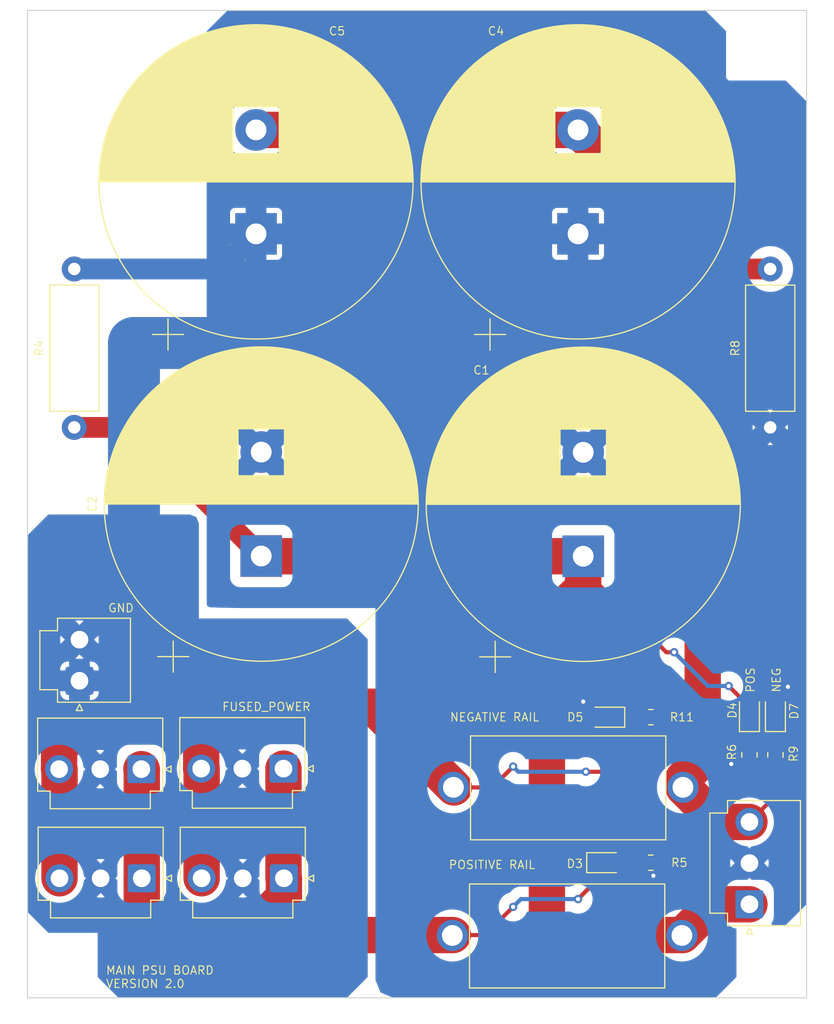
<source format=kicad_pcb>
(kicad_pcb (version 20221018) (generator pcbnew)
  (layers (0 "F.Cu" signal) (31 "B.Cu" signal) (34 "B.Paste" user) (35 "F.Paste" user) (36 "B.SilkS" user "B.Silkscreen") (37 "F.SilkS" user "F.Silkscreen") (38 "B.Mask" user) (39 "F.Mask" user) (44 "Edge.Cuts" user))
  (net 0 "")
  (net 1 "PGND")
  (net 2 "Net-(D3-K)")
  (net 3 "Net-(D4-K)")
  (net 4 "Net-(D5-K)")
  (net 5 "VP1")
  (net 6 "VM1")
  (net 7 "VPOUT")
  (net 8 "VMOUT")
  (net 9 "Net-(D7-K)")
  (footprint "MountingHole:MountingHole_3.2mm_M3" (layer "F.Cu") (at 226 46.5)
    (fp_text reference "H4" hide)
    (fp_text value "MountingHole")
    (pad "" np_thru_hole circle (at 0 0) (size 3.2 3.2) (drill 3.2) (layers "*.Cu" "*.Mask"))
  )
  (footprint "LED_SMD:LED_0805_2012Metric_Pad1.15x1.40mm_HandSolder" (layer "F.Cu") (at 223 111.525 90)
    (fp_text reference "D4" (at 0.175 -1.65 90 unlocked) (layer "F.SilkS") (effects (font (size 0.8 0.8) (thickness 0.1))))
    (fp_text value "YELLOW")
    (pad "1" smd roundrect (at -1.025 0 90) (size 1.15 1.4) (layers "F.Cu" "F.Paste" "F.Mask") (roundrect_rratio 0.2173913043) (net 3 "Net-(D4-K)"))
    (pad "2" smd roundrect (at 1.025 0 90) (size 1.15 1.4) (layers "F.Cu" "F.Paste" "F.Mask") (roundrect_rratio 0.2173913043) (net 5 "VP1"))
  )
  (footprint "Capacitor_THT:CP_Radial_D30.0mm_P10.00mm_SnapIn" (layer "F.Cu") (at 207 96.517934 90)
    (fp_text reference "C1" (at 17.9 -9.8 unlocked) (layer "F.SilkS") (effects (font (size 0.8 0.8) (thickness 0.1))))
    (fp_text value "15000U")
    (pad "1" thru_hole rect (at 0 0 90) (size 4 4) (drill 2) (layers "*.Cu" "*.Mask") (net 5 "VP1"))
    (pad "2" thru_hole circle (at 10 0 90) (size 4 4) (drill 2) (layers "*.Cu" "*.Mask") (net 1 "PGND"))
  )
  (footprint "Connector_JST:JST_VH_B3P-VH_1x03_P3.96mm_Vertical" (layer "F.Cu") (at 164.46 117 180)
    (fp_text reference "J4" hide)
    (fp_text value "Conn_01x03_Male")
    (pad "1" thru_hole roundrect (at 0 0 180) (size 2.7 2.7) (drill 1.7) (layers "*.Cu" "*.Mask") (roundrect_rratio 0.09259296296) (net 7 "VPOUT"))
    (pad "2" thru_hole circle (at 3.96 0 180) (size 2.7 2.7) (drill 1.7) (layers "*.Cu" "*.Mask") (net 1 "PGND"))
    (pad "3" thru_hole circle (at 7.92 0 180) (size 2.7 2.7) (drill 1.7) (layers "*.Cu" "*.Mask") (net 8 "VMOUT"))
  )
  (footprint "Resistor_SMD:R_0805_2012Metric_Pad1.20x1.40mm_HandSolder" (layer "F.Cu") (at 213.5 112)
    (fp_text reference "R11" (at 3 0 unlocked) (layer "F.SilkS") (effects (font (size 0.8 0.8) (thickness 0.1))))
    (fp_text value "9.1K")
    (pad "1" smd roundrect (at -1 0) (size 1.2 1.4) (layers "F.Cu" "F.Paste" "F.Mask") (roundrect_rratio 0.2083333333) (net 4 "Net-(D5-K)"))
    (pad "2" smd roundrect (at 1 0) (size 1.2 1.4) (layers "F.Cu" "F.Paste" "F.Mask") (roundrect_rratio 0.2083333333) (net 8 "VMOUT"))
  )
  (footprint "MountingHole:MountingHole_3.2mm_M3" (layer "F.Cu") (at 156 136.5)
    (fp_text reference "H2" hide)
    (fp_text value "MountingHole")
    (pad "" np_thru_hole circle (at 0 0) (size 3.2 3.2) (drill 3.2) (layers "*.Cu" "*.Mask"))
  )
  (footprint "Connector_JST:JST_VH_B2P-VH-B_1x02_P3.96mm_Vertical" (layer "F.Cu") (at 158.5 108.5 90)
    (fp_text reference "J7" hide)
    (fp_text value "Conn_01x02_Male")
    (pad "1" thru_hole roundrect (at 0 0 90) (size 2.7 2.7) (drill 1.7) (layers "*.Cu" "*.Mask") (roundrect_rratio 0.09259296296) (net 1 "PGND"))
    (pad "2" thru_hole circle (at 3.96 0 90) (size 2.7 2.7) (drill 1.7) (layers "*.Cu" "*.Mask") (net 1 "PGND"))
  )
  (footprint "Resistor_THT:R_Axial_DIN0414_L11.9mm_D4.5mm_P15.24mm_Horizontal" (layer "F.Cu") (at 158 84.12 90)
    (fp_text reference "R4" (at 7.62 -3.37 90 unlocked) (layer "F.SilkS") (effects (font (size 0.8 0.8) (thickness 0.1))))
    (fp_text value "1.2K")
    (pad "1" thru_hole circle (at 0 0 90) (size 2.4 2.4) (drill 1.2) (layers "*.Cu" "*.Mask") (net 5 "VP1"))
    (pad "2" thru_hole oval (at 15.24 0 90) (size 2.4 2.4) (drill 1.2) (layers "*.Cu" "*.Mask") (net 1 "PGND"))
  )
  (footprint "Capacitor_THT:CP_Radial_D30.0mm_P10.00mm_SnapIn" (layer "F.Cu") (at 206.5 65.5 90)
    (fp_text reference "C4" (at 19.505 -7.9 unlocked) (layer "F.SilkS") (effects (font (size 0.8 0.8) (thickness 0.1))))
    (fp_text value "15000U")
    (pad "1" thru_hole rect (at 0 0 90) (size 4 4) (drill 2) (layers "*.Cu" "*.Mask") (net 1 "PGND"))
    (pad "2" thru_hole circle (at 10 0 90) (size 4 4) (drill 2) (layers "*.Cu" "*.Mask") (net 6 "VM1"))
  )
  (footprint "LED_SMD:LED_0805_2012Metric_Pad1.15x1.40mm_HandSolder" (layer "F.Cu") (at 209.195833 126)
    (fp_text reference "D3" (at -3 0.1 unlocked) (layer "F.SilkS") (effects (font (size 0.8 0.8) (thickness 0.1))))
    (fp_text value "YELLOW")
    (pad "1" smd roundrect (at -1.025 0) (size 1.15 1.4) (layers "F.Cu" "F.Paste" "F.Mask") (roundrect_rratio 0.2173913043) (net 2 "Net-(D3-K)"))
    (pad "2" smd roundrect (at 1.025 0) (size 1.15 1.4) (layers "F.Cu" "F.Paste" "F.Mask") (roundrect_rratio 0.2173913043) (net 7 "VPOUT"))
  )
  (footprint "Resistor_SMD:R_0805_2012Metric_Pad1.20x1.40mm_HandSolder" (layer "F.Cu") (at 225.5 115.625 -90)
    (fp_text reference "R9" (at -0.1 -1.75 90 unlocked) (layer "F.SilkS") (effects (font (size 0.8 0.8) (thickness 0.1))))
    (fp_text value "9.1K")
    (pad "1" smd roundrect (at -1 0 270) (size 1.2 1.4) (layers "F.Cu" "F.Paste" "F.Mask") (roundrect_rratio 0.2083333333) (net 9 "Net-(D7-K)"))
    (pad "2" smd roundrect (at 1 0 270) (size 1.2 1.4) (layers "F.Cu" "F.Paste" "F.Mask") (roundrect_rratio 0.2083333333) (net 6 "VM1"))
  )
  (footprint "LED_SMD:LED_0805_2012Metric_Pad1.15x1.40mm_HandSolder" (layer "F.Cu") (at 225.5 111.525 90)
    (fp_text reference "D7" (at 0.1 1.8 90 unlocked) (layer "F.SilkS") (effects (font (size 0.8 0.8) (thickness 0.1))))
    (fp_text value "BLUE")
    (pad "1" smd roundrect (at -1.025 0 90) (size 1.15 1.4) (layers "F.Cu" "F.Paste" "F.Mask") (roundrect_rratio 0.2173913043) (net 9 "Net-(D7-K)"))
    (pad "2" smd roundrect (at 1.025 0 90) (size 1.15 1.4) (layers "F.Cu" "F.Paste" "F.Mask") (roundrect_rratio 0.2173913043) (net 1 "PGND"))
  )
  (footprint "LED_SMD:LED_0805_2012Metric_Pad1.15x1.40mm_HandSolder" (layer "F.Cu") (at 209.133333 112 180)
    (fp_text reference "D5" (at 2.9 0 unlocked) (layer "F.SilkS") (effects (font (size 0.8 0.8) (thickness 0.1))))
    (fp_text value "BLUE")
    (pad "1" smd roundrect (at -1.025 0 180) (size 1.15 1.4) (layers "F.Cu" "F.Paste" "F.Mask") (roundrect_rratio 0.2173913043) (net 4 "Net-(D5-K)"))
    (pad "2" smd roundrect (at 1.025 0 180) (size 1.15 1.4) (layers "F.Cu" "F.Paste" "F.Mask") (roundrect_rratio 0.2173913043) (net 1 "PGND"))
  )
  (footprint "Capacitor_THT:CP_Radial_D30.0mm_P10.00mm_SnapIn" (layer "F.Cu") (at 175.5 65.5 90)
    (fp_text reference "C5" (at 19.505 7.8 unlocked) (layer "F.SilkS") (effects (font (size 0.8 0.8) (thickness 0.1))))
    (fp_text value "15000U")
    (pad "1" thru_hole rect (at 0 0 90) (size 4 4) (drill 2) (layers "*.Cu" "*.Mask") (net 1 "PGND"))
    (pad "2" thru_hole circle (at 10 0 90) (size 4 4) (drill 2) (layers "*.Cu" "*.Mask") (net 6 "VM1"))
  )
  (footprint "Connector_JST:JST_VH_B3P-VH_1x03_P3.96mm_Vertical" (layer "F.Cu") (at 223 130 90)
    (fp_text reference "J9" hide)
    (fp_text value "Conn_01x03_Male")
    (pad "1" thru_hole roundrect (at 0 0 90) (size 2.7 2.7) (drill 1.7) (layers "*.Cu" "*.Mask") (roundrect_rratio 0.09259296296) (net 5 "VP1"))
    (pad "2" thru_hole circle (at 3.96 0 90) (size 2.7 2.7) (drill 1.7) (layers "*.Cu" "*.Mask") (net 1 "PGND"))
    (pad "3" thru_hole circle (at 7.92 0 90) (size 2.7 2.7) (drill 1.7) (layers "*.Cu" "*.Mask") (net 6 "VM1"))
  )
  (footprint "Components:Aliexpress Fuse 5x20" (layer "F.Cu") (at 205.45 135.55 180)
    (fp_text reference "F1" hide)
    (fp_text value "Fuse_Small")
    (pad "1" thru_hole circle (at -11.05 2.55 180) (size 3 3) (drill 2) (layers "*.Cu" "*.Mask") (net 5 "VP1"))
    (pad "2" thru_hole circle (at 11.05 2.55 180) (size 3 3) (drill 2) (layers "*.Cu" "*.Mask") (net 7 "VPOUT"))
  )
  (footprint "Connector_JST:JST_VH_B3P-VH_1x03_P3.96mm_Vertical" (layer "F.Cu") (at 164.5 127.5 180)
    (fp_text reference "J10" hide)
    (fp_text value "Conn_01x03_Male")
    (pad "1" thru_hole roundrect (at 0 0 180) (size 2.7 2.7) (drill 1.7) (layers "*.Cu" "*.Mask") (roundrect_rratio 0.09259296296) (net 7 "VPOUT"))
    (pad "2" thru_hole circle (at 3.96 0 180) (size 2.7 2.7) (drill 1.7) (layers "*.Cu" "*.Mask") (net 1 "PGND"))
    (pad "3" thru_hole circle (at 7.92 0 180) (size 2.7 2.7) (drill 1.7) (layers "*.Cu" "*.Mask") (net 8 "VMOUT"))
  )
  (footprint "Resistor_THT:R_Axial_DIN0414_L11.9mm_D4.5mm_P15.24mm_Horizontal" (layer "F.Cu") (at 225 84.12 90)
    (fp_text reference "R8" (at 7.62 -3.37 90 unlocked) (layer "F.SilkS") (effects (font (size 0.8 0.8) (thickness 0.1))))
    (fp_text value "1.2K")
    (pad "1" thru_hole circle (at 0 0 90) (size 2.4 2.4) (drill 1.2) (layers "*.Cu" "*.Mask") (net 1 "PGND"))
    (pad "2" thru_hole oval (at 15.24 0 90) (size 2.4 2.4) (drill 1.2) (layers "*.Cu" "*.Mask") (net 6 "VM1"))
  )
  (footprint "MountingHole:MountingHole_3mm" (layer "F.Cu") (at 226 136.5)
    (fp_text reference "H1" hide)
    (fp_text value "MountingHole")
    (pad "" np_thru_hole circle (at 0 0) (size 3 3) (drill 3) (layers "*.Cu" "*.Mask"))
  )
  (footprint "Connector_JST:JST_VH_B3P-VH_1x03_P3.96mm_Vertical" (layer "F.Cu") (at 178.1425 116.95 180)
    (fp_text reference "J2" hide)
    (fp_text value "Conn_01x03_Male")
    (pad "1" thru_hole roundrect (at 0 0 180) (size 2.7 2.7) (drill 1.7) (layers "*.Cu" "*.Mask") (roundrect_rratio 0.09259296296) (net 7 "VPOUT"))
    (pad "2" thru_hole circle (at 3.96 0 180) (size 2.7 2.7) (drill 1.7) (layers "*.Cu" "*.Mask") (net 1 "PGND"))
    (pad "3" thru_hole circle (at 7.92 0 180) (size 2.7 2.7) (drill 1.7) (layers "*.Cu" "*.Mask") (net 8 "VMOUT"))
  )
  (footprint "Components:Aliexpress Fuse 5x20" (layer "F.Cu") (at 205.55 121.3 180)
    (fp_text reference "F2" hide)
    (fp_text value "Fuse_Small")
    (pad "1" thru_hole circle (at -11.05 2.55 180) (size 3 3) (drill 2) (layers "*.Cu" "*.Mask") (net 6 "VM1"))
    (pad "2" thru_hole circle (at 11.05 2.55 180) (size 3 3) (drill 2) (layers "*.Cu" "*.Mask") (net 8 "VMOUT"))
  )
  (footprint "Resistor_SMD:R_0805_2012Metric_Pad1.20x1.40mm_HandSolder" (layer "F.Cu") (at 213.5 126 180)
    (fp_text reference "R5" (at -2.75 0 unlocked) (layer "F.SilkS") (effects (font (size 0.8 0.8) (thickness 0.1))))
    (fp_text value "9.1K")
    (pad "1" smd roundrect (at -1 0 180) (size 1.2 1.4) (layers "F.Cu" "F.Paste" "F.Mask") (roundrect_rratio 0.2083333333) (net 2 "Net-(D3-K)"))
    (pad "2" smd roundrect (at 1 0 180) (size 1.2 1.4) (layers "F.Cu" "F.Paste" "F.Mask") (roundrect_rratio 0.2083333333) (net 1 "PGND"))
  )
  (footprint "Capacitor_THT:CP_Radial_D30.0mm_P10.00mm_SnapIn" (layer "F.Cu") (at 176 96.495 90)
    (fp_text reference "C2" (at 5 -16.25 90 unlocked) (layer "F.SilkS") (effects (font (size 0.8 0.8) (thickness 0.1))))
    (fp_text value "15000U")
    (pad "1" thru_hole rect (at 0 0 90) (size 4 4) (drill 2) (layers "*.Cu" "*.Mask") (net 5 "VP1"))
    (pad "2" thru_hole circle (at 10 0 90) (size 4 4) (drill 2) (layers "*.Cu" "*.Mask") (net 1 "PGND"))
  )
  (footprint "Resistor_SMD:R_0805_2012Metric_Pad1.20x1.40mm_HandSolder" (layer "F.Cu") (at 223 115.625 -90)
    (fp_text reference "R6" (at -0.275 1.7 90 unlocked) (layer "F.SilkS") (effects (font (size 0.8 0.8) (thickness 0.1))))
    (fp_text value "9.1K")
    (pad "1" smd roundrect (at -1 0 270) (size 1.2 1.4) (layers "F.Cu" "F.Paste" "F.Mask") (roundrect_rratio 0.2083333333) (net 3 "Net-(D4-K)"))
    (pad "2" smd roundrect (at 1 0 270) (size 1.2 1.4) (layers "F.Cu" "F.Paste" "F.Mask") (roundrect_rratio 0.2083333333) (net 1 "PGND"))
  )
  (footprint "MountingHole:MountingHole_3mm" (layer "F.Cu") (at 156 46.5)
    (fp_text reference "H3" hide)
    (fp_text value "MountingHole")
    (pad "" np_thru_hole circle (at 0 0) (size 3 3) (drill 3) (layers "*.Cu" "*.Mask"))
  )
  (footprint "Connector_JST:JST_VH_B3P-VH_1x03_P3.96mm_Vertical" (layer "F.Cu") (at 178.1825 127.5 180)
    (fp_text reference "J1" hide)
    (fp_text value "Conn_01x03_Male")
    (pad "1" thru_hole roundrect (at 0 0 180) (size 2.7 2.7) (drill 1.7) (layers "*.Cu" "*.Mask") (roundrect_rratio 0.09259296296) (net 7 "VPOUT"))
    (pad "2" thru_hole circle (at 3.96 0 180) (size 2.7 2.7) (drill 1.7) (layers "*.Cu" "*.Mask") (net 1 "PGND"))
    (pad "3" thru_hole circle (at 7.92 0 180) (size 2.7 2.7) (drill 1.7) (layers "*.Cu" "*.Mask") (net 8 "VMOUT"))
  )
  (gr_line (start 228.5 139) (end 153.5 139) (stroke (width 0.1)) (layer "Edge.Cuts"))
  (gr_line (start 228.5 44) (end 153.5 44) (stroke (width 0.1)) (layer "Edge.Cuts"))
  (gr_line (start 228.5 139) (end 228.5 44) (stroke (width 0.1)) (layer "Edge.Cuts"))
  (gr_line (start 153.5 44) (end 153.5 139) (stroke (width 0.1)) (layer "Edge.Cuts"))
  (gr_text "FUSED_POWER" (at 176.5 111) (layer "F.SilkS") (effects (font (size 0.8 0.8) (thickness 0.1))))
  (gr_text "MAIN PSU BOARD\nVERSION 2.0" (at 161 137) (layer "F.SilkS") (effects (font (size 0.8 0.8) (thickness 0.1)) (justify left)))
  (gr_text "GND" (at 162.5 101.5) (layer "F.SilkS") (effects (font (size 0.8 0.8) (thickness 0.1))))
  (gr_text "POSITIVE RAIL" (at 194 126.2) (layer "F.SilkS") (effects (font (size 0.8 0.8) (thickness 0.1)) (justify left)))
  (gr_text "NEGATIVE RAIL" (at 194.116667 112) (layer "F.SilkS") (effects (font (size 0.8 0.8) (thickness 0.1)) (justify left)))
  (gr_text "POS" (at 223.1 108.425 90) (layer "F.SilkS") (effects (font (size 0.8 0.8) (thickness 0.1))))
  (gr_text "NEG\n" (at 225.6 108.425 90) (layer "F.SilkS") (effects (font (size 0.8 0.8) (thickness 0.1))))
  (segment (start 225.5 110.275) (end 226.7 109.075) (width 0.4) (layer "F.Cu") (net 1))
  (segment (start 223 116.625) (end 221.375 116.625) (width 0.4) (layer "F.Cu") (net 1))
  (segment (start 208.108333 111.608333) (end 207 110.5) (width 0.4) (layer "F.Cu") (net 1))
  (segment (start 212.5 126) (end 213.75 127.25) (width 0.4) (layer "F.Cu") (net 1))
  (segment (start 221.375 116.625) (end 221.25 116.5) (width 0.4) (layer "F.Cu") (net 1))
  (via (at 207 110.5) (size 0.8) (drill 0.4) (layers "F.Cu" "B.Cu") (net 1))
  (via (at 221.25 116.5) (size 0.8) (drill 0.4) (layers "F.Cu" "B.Cu") (net 1))
  (via (at 213.75 127.25) (size 0.8) (drill 0.4) (layers "F.Cu" "B.Cu") (net 1))
  (via (at 226.7 109.075) (size 0.8) (drill 0.4) (layers "F.Cu" "B.Cu") (net 1))
  (segment (start 158 68.88) (end 172.12 68.88) (width 2) (layer "B.Cu") (net 1))
  (segment (start 163.75 76) (end 163.75 95.75) (width 5) (layer "B.Cu") (net 1))
  (segment (start 172.12 68.88) (end 175.5 65.5) (width 2) (layer "B.Cu") (net 1))
  (segment (start 163.75 76) (end 173.75 76) (width 5) (layer "B.Cu") (net 1))
  (segment (start 214.5 126) (end 213.4 124.9) (width 0.4) (layer "F.Cu") (net 2))
  (segment (start 209.270833 124.9) (end 208.170833 126) (width 0.4) (layer "F.Cu") (net 2))
  (segment (start 213.4 124.9) (end 209.270833 124.9) (width 0.4) (layer "F.Cu") (net 2))
  (segment (start 223 112.55) (end 223 114.625) (width 0.4) (layer "F.Cu") (net 3))
  (segment (start 210.158333 112) (end 212.5 112) (width 0.4) (layer "F.Cu") (net 4))
  (segment (start 203.5 132.5) (end 203.5 103) (width 3.5) (layer "F.Cu") (net 5))
  (segment (start 158 84.12) (end 163.625 84.12) (width 2) (layer "F.Cu") (net 5))
  (segment (start 219.516666 130) (end 216.554166 132.9625) (width 3.5) (layer "F.Cu") (net 5))
  (segment (start 207 99.5) (end 207 96.517934) (width 3.5) (layer "F.Cu") (net 5))
  (segment (start 215.75 105.75) (end 215 105.75) (width 0.4) (layer "F.Cu") (net 5))
  (segment (start 163.625 84.12) (end 176 96.495) (width 2) (layer "F.Cu") (net 5))
  (segment (start 207 96.517934) (end 176.022934 96.517934) (width 3.5) (layer "F.Cu") (net 5))
  (segment (start 215 105.75) (end 207 97.75) (width 0.4) (layer "F.Cu") (net 5))
  (segment (start 222.5 110.5) (end 221 109) (width 0.4) (layer "F.Cu") (net 5))
  (segment (start 203.5 103) (end 207 99.5) (width 3.5) (layer "F.Cu") (net 5))
  (segment (start 203.9625 132.9625) (end 203.5 132.5) (width 3.5) (layer "F.Cu") (net 5))
  (segment (start 216.554166 132.9625) (end 203.9625 132.9625) (width 3.5) (layer "F.Cu") (net 5))
  (segment (start 223 130) (end 219.516666 130) (width 3.5) (layer "F.Cu") (net 5))
  (via (at 221 109) (size 0.8) (drill 0.4) (layers "F.Cu" "B.Cu") (net 5))
  (via (at 215.75 105.75) (size 0.8) (drill 0.4) (layers "F.Cu" "B.Cu") (net 5))
  (segment (start 221 109) (end 219 109) (width 0.4) (layer "B.Cu") (net 5))
  (segment (start 219 109) (end 215.75 105.75) (width 0.4) (layer "B.Cu") (net 5))
  (segment (start 215.5 64.5) (end 206.5 55.5) (width 3.5) (layer "F.Cu") (net 6))
  (segment (start 223 122.08) (end 219.971666 122.08) (width 3.5) (layer "F.Cu") (net 6))
  (segment (start 225 68.88) (end 216.88 68.88) (width 2) (layer "F.Cu") (net 6))
  (segment (start 225.5 116.625) (end 225.5 119.58) (width 0.4) (layer "F.Cu") (net 6))
  (segment (start 216.88 68.88) (end 215.5 67.5) (width 2) (layer "F.Cu") (net 6))
  (segment (start 216.654166 118.7625) (end 216.654166 117.874467) (width 3.5) (layer "F.Cu") (net 6))
  (segment (start 215.5 67.5) (end 215.5 64.5) (width 3.5) (layer "F.Cu") (net 6))
  (segment (start 225.5 119.58) (end 223 122.08) (width 0.4) (layer "F.Cu") (net 6))
  (segment (start 219.971666 122.08) (end 216.654166 118.7625) (width 3.5) (layer "F.Cu") (net 6))
  (segment (start 216.654166 117.874467) (end 218.5 116.028633) (width 3.5) (layer "F.Cu") (net 6))
  (segment (start 206.5 55.5) (end 175.5 55.5) (width 3.5) (layer "F.Cu") (net 6))
  (segment (start 218.5 116.028633) (end 218.5 70.5) (width 3.5) (layer "F.Cu") (net 6))
  (segment (start 218.5 70.5) (end 215.5 67.5) (width 3.5) (layer "F.Cu") (net 6))
  (segment (start 178.1425 127.46) (end 178.1825 127.5) (width 3.5) (layer "F.Cu") (net 7))
  (segment (start 176.4625 132.9625) (end 175.5 132) (width 3.5) (layer "F.Cu") (net 7))
  (segment (start 166 132) (end 175.5 132) (width 3.5) (layer "F.Cu") (net 7))
  (segment (start 164.5 127.5) (end 164.5 130.5) (width 3.5) (layer "F.Cu") (net 7))
  (segment (start 175.5 132) (end 178.1825 129.3175) (width 3.5) (layer "F.Cu") (net 7))
  (segment (start 194.454166 132.9625) (end 176.4625 132.9625) (width 3.5) (layer "F.Cu") (net 7))
  (segment (start 178.1825 129.3175) (end 178.1825 127.5) (width 3.5) (layer "F.Cu") (net 7))
  (segment (start 178.1425 116.95) (end 178.1425 127.46) (width 3.5) (layer "F.Cu") (net 7))
  (segment (start 164.5 117.04) (end 164.46 117) (width 3.5) (layer "F.Cu") (net 7))
  (segment (start 210 126) (end 206.5 129.5) (width 0.4) (layer "F.Cu") (net 7))
  (segment (start 164.5 130.5) (end 166 132) (width 3.5) (layer "F.Cu") (net 7))
  (segment (start 197.5375 132.9625) (end 194.454166 132.9625) (width 0.4) (layer "F.Cu") (net 7))
  (segment (start 164.5 127.5) (end 164.5 117.04) (width 3.5) (layer "F.Cu") (net 7))
  (segment (start 200.25 130.25) (end 197.5375 132.9625) (width 0.4) (layer "F.Cu") (net 7))
  (via (at 200.25 130.25) (size 0.8) (drill 0.4) (layers "F.Cu" "B.Cu") (net 7))
  (via (at 206.5 129.5) (size 0.8) (drill 0.4) (layers "F.Cu" "B.Cu") (net 7))
  (segment (start 206.5 129.5) (end 201 129.5) (width 0.4) (layer "B.Cu") (net 7))
  (segment (start 201 129.5) (end 200.25 130.25) (width 0.4) (layer "B.Cu") (net 7))
  (segment (start 209.25 117.25) (end 207.25 117.25) (width 0.4) (layer "F.Cu") (net 8))
  (segment (start 156.54 117) (end 156.54 114.96) (width 3.5) (layer "F.Cu") (net 8))
  (segment (start 187 111.208334) (end 187 111) (width 3.5) (layer "F.Cu") (net 8))
  (segment (start 159 112.5) (end 168.5 112.5) (width 3.5) (layer "F.Cu") (net 8))
  (segment (start 198.2375 118.7625) (end 194.554166 118.7625) (width 0.4) (layer "F.Cu") (net 8))
  (segment (start 170.2225 114.2225) (end 170.2225 116.95) (width 3.5) (layer "F.Cu") (net 8))
  (segment (start 170.2625 127.5) (end 170.2625 116.99) (width 3.5) (layer "F.Cu") (net 8))
  (segment (start 200.25 116.75) (end 198.2375 118.7625) (width 0.4) (layer "F.Cu") (net 8))
  (segment (start 169 113) (end 170.2225 114.2225) (width 3.5) (layer "F.Cu") (net 8))
  (segment (start 194.554166 118.7625) (end 187 111.208334) (width 3.5) (layer "F.Cu") (net 8))
  (segment (start 156.58 127.5) (end 156.58 117.04) (width 3.5) (layer "F.Cu") (net 8))
  (segment (start 214.5 112) (end 209.25 117.25) (width 0.4) (layer "F.Cu") (net 8))
  (segment (start 170.2625 116.99) (end 170.2225 116.95) (width 3.5) (layer "F.Cu") (net 8))
  (segment (start 168.5 112.5) (end 169 113) (width 3.5) (layer "F.Cu") (net 8))
  (segment (start 156.58 117.04) (end 156.54 117) (width 3.5) (layer "F.Cu") (net 8))
  (segment (start 171 111) (end 169 113) (width 3.5) (layer "F.Cu") (net 8))
  (segment (start 156.54 114.96) (end 159 112.5) (width 3.5) (layer "F.Cu") (net 8))
  (segment (start 187 111) (end 171 111) (width 3.5) (layer "F.Cu") (net 8))
  (via (at 207.25 117.25) (size 0.8) (drill 0.4) (layers "F.Cu" "B.Cu") (net 8))
  (via (at 200.25 116.75) (size 0.8) (drill 0.4) (layers "F.Cu" "B.Cu") (net 8))
  (segment (start 200.75 117.25) (end 200.25 116.75) (width 0.4) (layer "B.Cu") (net 8))
  (segment (start 207.25 117.25) (end 200.75 117.25) (width 0.4) (layer "B.Cu") (net 8))
  (segment (start 225.5 112.55) (end 225.5 114.625) (width 0.4) (layer "F.Cu") (net 9))
  (zone (net 1) (net_name "PGND") (layer "B.Cu") (priority 1) (connect_pads (clearance 1)) (min_thickness 0.25) (fill yes (thermal_gap 0.5) (thermal_bridge_width 2) (smoothing chamfer) (radius 2))
    (polygon (pts (xy 153 92.5) (xy 169.5 92.5) (xy 170 93) (xy 170 103.25) (xy 169.25 102.5) (xy 186.25 102.5) (xy 186.25 139.25) (xy 185.75 139.75) (xy 160.25 139.75) (xy 160.25 132.75) (xy 152.75 132.75) (xy 152.5 133) (xy 152.5 93)))
  )
  (zone (net 1) (net_name "PGND") (layer "B.Cu") (connect_pads (clearance 1)) (min_thickness 0.25) (fill yes (thermal_gap 0.5) (thermal_bridge_width 2) (smoothing chamfer) (radius 2))
    (polygon (pts (xy 220.75 50.5) (xy 221 50.75) (xy 230.5 50.75) (xy 230.5 132.25) (xy 230.25 132) (xy 221.75 132) (xy 221.75 141) (xy 190 141) (xy 187 138) (xy 187 101.5) (xy 173 101.5) (xy 170.926154 101.426154) (xy 170.75 101.25) (xy 170.75 43) (xy 220.75 43)))
  )
)
</source>
